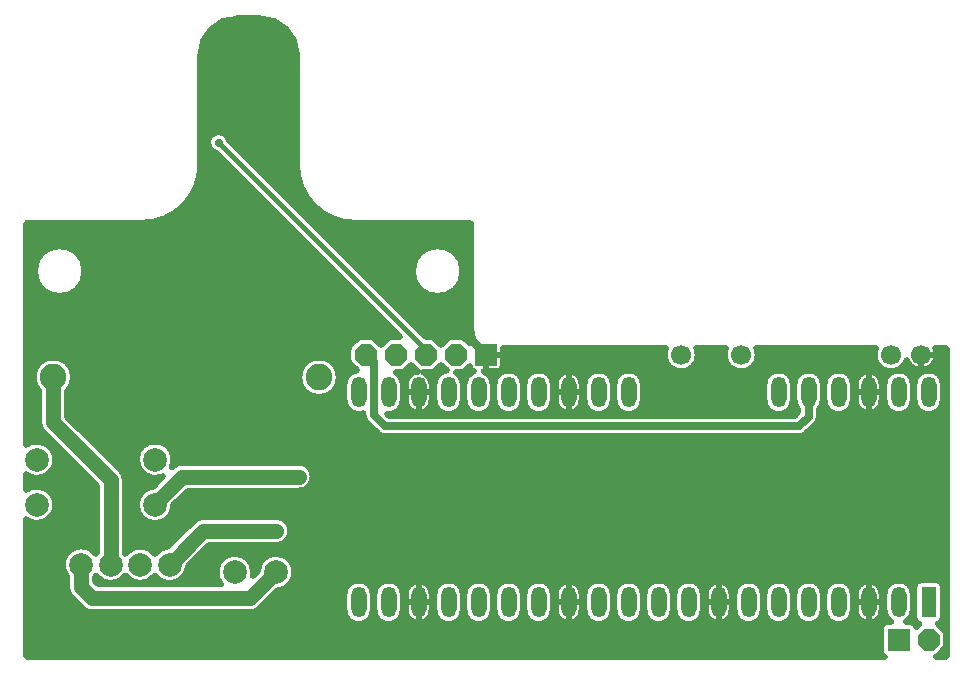
<source format=gbr>
G04 GENERATED BY PULSONIX 12.5 GERBER.DLL 9449*
G04 #@! TF.GenerationSoftware,Pulsonix,Pulsonix,12.5.9449*
G04 #@! TF.CreationDate,2024-10-09T20:32:21--1:00*
G04 #@! TF.Part,Single*
%FSLAX35Y35*%
%LPD*%
%MOMM*%
G04 #@! TF.FileFunction,Copper,L4,Bot*
G04 #@! TF.FilePolarity,Positive*
G04 #@! TA.AperFunction,OtherCopper,Copper*
%ADD10C,0.50000*%
G04 #@! TA.AperFunction,ViaPad*
%ADD12C,0.80000*%
G04 #@! TA.AperFunction,Conductor*
%ADD13C,0.63500*%
%ADD14C,0.40640*%
%ADD16C,1.27000*%
G04 #@! TA.AperFunction,ComponentPad*
%ADD27C,1.70000*%
%ADD72C,2.00000*%
%AMT79*0 Octagon pad*4,1,8,0.39454,0.95250,-0.39454,0.95250,-0.95250,0.39454,-0.95250,-0.39454,-0.39454,-0.95250,0.39454,-0.95250,0.95250,-0.39454,0.95250,0.39454,0.39454,0.95250,0*%
%ADD79T79*%
%ADD84R,1.90500X1.90500*%
G04 #@! TA.AperFunction,ViaPad*
%ADD86C,0.70000*%
G04 #@! TA.AperFunction,ComponentPad*
%ADD103R,1.30000X2.60000*%
%ADD104O,1.30000X2.60000*%
%ADD109C,2.25000*%
G04 #@! TD.AperFunction*
X0Y0D02*
D02*
D10*
X1042597Y5822545D02*
Y3949769D01*
G75*
G02*
X1290297Y3825545I92700J-124224D01*
G01*
G75*
G02*
X1042597Y3701321I-155000J0D01*
G01*
Y3568769D01*
G75*
G02*
X1290297Y3444545I92700J-124224D01*
G01*
G75*
G02*
X1042597Y3320321I-155000J0D01*
G01*
Y2165045D01*
G75*
G03*
X1051797Y2155845I9200J0D01*
G01*
X8312643D01*
G75*
G02*
X8279547Y2206295I21904J50450D01*
G01*
Y2396795D01*
G75*
G02*
X8334547Y2451795I55000J0D01*
G01*
X8366988D01*
G75*
G02*
X8309797Y2554045I62809J102250D01*
G01*
Y2684045D01*
G75*
G02*
X8549797I120000J0D01*
G01*
Y2554045D01*
G75*
G02*
X8492606Y2451795I-120000J0D01*
G01*
X8525047D01*
G75*
G02*
X8578692Y2408926I0J-55000D01*
G01*
X8605454Y2435688D01*
G75*
G02*
X8563797Y2489045I13343J53357D01*
G01*
Y2749045D01*
G75*
G02*
X8618797Y2804045I55000J0D01*
G01*
X8748797D01*
G75*
G02*
X8803797Y2749045I0J-55000D01*
G01*
Y2489045D01*
G75*
G02*
X8762140Y2435688I-55000J0D01*
G01*
X8817938Y2379890D01*
G75*
G02*
X8834047Y2340858I-38891J-38891D01*
G01*
Y2262232D01*
G75*
G02*
X8817938Y2223200I-55000J-141D01*
G01*
X8762142Y2167404D01*
G75*
G02*
X8745156Y2155845I-38891J38891D01*
G01*
X8826797D01*
G75*
G03*
X8835997Y2165045I0J9200D01*
G01*
Y4759045D01*
G75*
G03*
X8826797Y4768245I-9200J0D01*
G01*
X8738687D01*
G75*
G02*
X8750297Y4714545I-118390J-53701D01*
G01*
G75*
G02*
X8498612Y4668798I-130000J0D01*
G01*
G75*
G02*
X8226297Y4714545I-132315J45747D01*
G01*
G75*
G02*
X8237005Y4768245I140000J1D01*
G01*
X7225589D01*
G75*
G02*
X7236297Y4714545I-129292J-53699D01*
G01*
G75*
G02*
X6956297I-140000J0D01*
G01*
G75*
G02*
X6967005Y4768245I140000J1D01*
G01*
X6717589D01*
G75*
G02*
X6728297Y4714545I-129292J-53699D01*
G01*
G75*
G02*
X6448297I-140000J0D01*
G01*
G75*
G02*
X6459005Y4768245I140000J1D01*
G01*
X5077547D01*
Y4619295D01*
G75*
G02*
X5032547Y4574295I-45000J0D01*
G01*
X4916223D01*
G75*
G02*
X4993797Y4462045I-42426J-112250D01*
G01*
Y4332045D01*
G75*
G02*
X4753797I-120000J0D01*
G01*
Y4462045D01*
G75*
G02*
X4833568Y4575101I120000J0D01*
G01*
G75*
G02*
X4797173Y4615935I8479J44194D01*
G01*
X4761642Y4580404D01*
G75*
G02*
X4722610Y4564295I-38891J38891D01*
G01*
X4682606D01*
G75*
G02*
X4739797Y4462045I-62809J-102250D01*
G01*
Y4332045D01*
G75*
G02*
X4499797I-120000J0D01*
G01*
Y4462045D01*
G75*
G02*
X4604314Y4581042I120000J0D01*
G01*
X4556297Y4629059D01*
X4507642Y4580404D01*
G75*
G02*
X4468610Y4564295I-38891J38891D01*
G01*
X4406355D01*
G75*
G02*
X4475797Y4462045I-40558J-102250D01*
G01*
Y4332045D01*
G75*
G02*
X4255797I-110000J0D01*
G01*
Y4462045D01*
G75*
G02*
X4361814Y4571973I110000J0D01*
G01*
G75*
G02*
X4350952Y4580404I28028J47323D01*
G01*
X4302297Y4629059D01*
X4253642Y4580404D01*
G75*
G02*
X4214610Y4564295I-38891J38891D01*
G01*
X4174606D01*
G75*
G02*
X4231797Y4462045I-62809J-102250D01*
G01*
Y4332045D01*
G75*
G02*
X4101542Y4212484I-120000J0D01*
G01*
X4115981Y4198045D01*
X7552488D01*
X7581047Y4226604D01*
Y4249133D01*
G75*
G02*
X7547797Y4332045I86750J82912D01*
G01*
Y4462045D01*
G75*
G02*
X7787797I120000J0D01*
G01*
Y4332045D01*
G75*
G02*
X7754547Y4249133I-120000J0D01*
G01*
Y4191016D01*
G75*
G02*
X7729139Y4129328I-86750J-346D01*
G01*
X7649764Y4049953D01*
G75*
G02*
X7588076Y4024545I-61342J61342D01*
G01*
X4080393D01*
G75*
G02*
X4018705Y4049953I-346J86750D01*
G01*
X3923455Y4145203D01*
G75*
G02*
X3898047Y4206891I61342J61342D01*
G01*
Y4218997D01*
G75*
G02*
X3737797Y4332045I-40250J113048D01*
G01*
Y4462045D01*
G75*
G02*
X3842314Y4581042I120000J0D01*
G01*
X3787156Y4636200D01*
G75*
G02*
X3771047Y4675232I38891J38891D01*
G01*
Y4753858D01*
G75*
G02*
X3787156Y4792890I55000J141D01*
G01*
X3842952Y4848686D01*
G75*
G02*
X3881984Y4864795I38891J-38891D01*
G01*
X3960610D01*
G75*
G02*
X3999642Y4848686I141J-55000D01*
G01*
X4048297Y4800031D01*
X4096952Y4848686D01*
G75*
G02*
X4135984Y4864795I38891J-38891D01*
G01*
X4211529D01*
X2654373Y6421951D01*
G75*
G02*
X2582797Y6510045I18424J88094D01*
G01*
G75*
G02*
X2760891Y6528469I90000J0D01*
G01*
X4424565Y4864795D01*
X4468610D01*
G75*
G02*
X4507642Y4848686I141J-55000D01*
G01*
X4556297Y4800031D01*
X4604952Y4848686D01*
G75*
G02*
X4643984Y4864795I38891J-38891D01*
G01*
X4722610D01*
G75*
G02*
X4761642Y4848686I141J-55000D01*
G01*
X4797173Y4813155D01*
G75*
G02*
X4827819Y4852486I44874J-3360D01*
G01*
G75*
G02*
X4810997Y4922545I137478J70059D01*
G01*
Y5822545D01*
G75*
G03*
X4801797Y5831745I-9200J0D01*
G01*
X3826797D01*
G75*
G02*
X3335997Y6322545I0J490800D01*
G01*
Y7253045D01*
G75*
G03*
X3026797Y7562245I-309200J0D01*
G01*
X2826797D01*
G75*
G03*
X2517597Y7253045I0J-309200D01*
G01*
Y6322545D01*
G75*
G02*
X2026797Y5831745I-490800J0D01*
G01*
X1051797D01*
G75*
G03*
X1042597Y5822545I0J-9200D01*
G01*
X8563797Y4462045D02*
G75*
G02*
X8803797I120000J0D01*
G01*
Y4332045D01*
G75*
G02*
X8563797I-120000J0D01*
G01*
Y4462045D01*
X8309797D02*
G75*
G02*
X8549797I120000J0D01*
G01*
Y4332045D01*
G75*
G02*
X8309797I-120000J0D01*
G01*
Y4462045D01*
X7293797D02*
G75*
G02*
X7533797I120000J0D01*
G01*
Y4332045D01*
G75*
G02*
X7293797I-120000J0D01*
G01*
Y4462045D01*
X7801797Y2684045D02*
G75*
G02*
X8041797I120000J0D01*
G01*
Y2554045D01*
G75*
G02*
X7801797I-120000J0D01*
G01*
Y2684045D01*
Y4462045D02*
G75*
G02*
X8041797I120000J0D01*
G01*
Y4332045D01*
G75*
G02*
X7801797I-120000J0D01*
G01*
Y4462045D01*
X8065797Y2684045D02*
G75*
G02*
X8285797I110000J0D01*
G01*
Y2554045D01*
G75*
G02*
X8065797I-110000J0D01*
G01*
Y2684045D01*
Y4462045D02*
G75*
G02*
X8285797I110000J0D01*
G01*
Y4332045D01*
G75*
G02*
X8065797I-110000J0D01*
G01*
Y4462045D01*
X5261797D02*
G75*
G02*
X5501797I120000J0D01*
G01*
Y4332045D01*
G75*
G02*
X5261797I-120000J0D01*
G01*
Y4462045D01*
X5525797D02*
G75*
G02*
X5745797I110000J0D01*
G01*
Y4332045D01*
G75*
G02*
X5525797I-110000J0D01*
G01*
Y4462045D01*
X5769797D02*
G75*
G02*
X6009797I120000J0D01*
G01*
Y4332045D01*
G75*
G02*
X5769797I-120000J0D01*
G01*
Y4462045D01*
X6023797D02*
G75*
G02*
X6263797I120000J0D01*
G01*
Y4332045D01*
G75*
G02*
X6023797I-120000J0D01*
G01*
Y4462045D01*
X5007797D02*
G75*
G02*
X5247797I120000J0D01*
G01*
Y4332045D01*
G75*
G02*
X5007797I-120000J0D01*
G01*
Y4462045D01*
X4255797Y2684045D02*
G75*
G02*
X4475797I110000J0D01*
G01*
Y2554045D01*
G75*
G02*
X4255797I-110000J0D01*
G01*
Y2684045D01*
X4499797D02*
G75*
G02*
X4739797I120000J0D01*
G01*
Y2554045D01*
G75*
G02*
X4499797I-120000J0D01*
G01*
Y2684045D01*
X4753797D02*
G75*
G02*
X4993797I120000J0D01*
G01*
Y2554045D01*
G75*
G02*
X4753797I-120000J0D01*
G01*
Y2684045D01*
X5007797D02*
G75*
G02*
X5247797I120000J0D01*
G01*
Y2554045D01*
G75*
G02*
X5007797I-120000J0D01*
G01*
Y2684045D01*
X5261797D02*
G75*
G02*
X5501797I120000J0D01*
G01*
Y2554045D01*
G75*
G02*
X5261797I-120000J0D01*
G01*
Y2684045D01*
X5525797D02*
G75*
G02*
X5745797I110000J0D01*
G01*
Y2554045D01*
G75*
G02*
X5525797I-110000J0D01*
G01*
Y2684045D01*
X5769797D02*
G75*
G02*
X6009797I120000J0D01*
G01*
Y2554045D01*
G75*
G02*
X5769797I-120000J0D01*
G01*
Y2684045D01*
X6023797D02*
G75*
G02*
X6263797I120000J0D01*
G01*
Y2554045D01*
G75*
G02*
X6023797I-120000J0D01*
G01*
Y2684045D01*
X6277797D02*
G75*
G02*
X6517797I120000J0D01*
G01*
Y2554045D01*
G75*
G02*
X6277797I-120000J0D01*
G01*
Y2684045D01*
X6531797D02*
G75*
G02*
X6771797I120000J0D01*
G01*
Y2554045D01*
G75*
G02*
X6531797I-120000J0D01*
G01*
Y2684045D01*
X6795797D02*
G75*
G02*
X7015797I110000J0D01*
G01*
Y2554045D01*
G75*
G02*
X6795797I-110000J0D01*
G01*
Y2684045D01*
X7039797D02*
G75*
G02*
X7279797I120000J0D01*
G01*
Y2554045D01*
G75*
G02*
X7039797I-120000J0D01*
G01*
Y2684045D01*
X7293797D02*
G75*
G02*
X7533797I120000J0D01*
G01*
Y2554045D01*
G75*
G02*
X7293797I-120000J0D01*
G01*
Y2684045D01*
X7547797D02*
G75*
G02*
X7787797I120000J0D01*
G01*
Y2554045D01*
G75*
G02*
X7547797I-120000J0D01*
G01*
Y2684045D01*
X3991797D02*
G75*
G02*
X4231797I120000J0D01*
G01*
Y2554045D01*
G75*
G02*
X3991797I-120000J0D01*
G01*
Y2684045D01*
X3689797Y4524045D02*
G75*
G02*
X3354797I-167500J0D01*
G01*
G75*
G02*
X3689797I167500J0D01*
G01*
X3737797Y2684045D02*
G75*
G02*
X3977797I120000J0D01*
G01*
Y2554045D01*
G75*
G02*
X3737797I-120000J0D01*
G01*
Y2684045D01*
X4736797Y5422545D02*
G75*
G02*
X4316797I-210000J0D01*
G01*
G75*
G02*
X4736797I210000J0D01*
G01*
X1439797Y4524045D02*
G75*
G02*
X1390797Y4405664I-167500J0D01*
G01*
Y4190004D01*
X1841929Y3738872D01*
G75*
G02*
X1876797Y3654920I-83632J-83952D01*
G01*
Y3036459D01*
G75*
G02*
X1883297Y3028197I-118499J-99915D01*
G01*
G75*
G02*
X2133297I125000J-91652D01*
G01*
G75*
G02*
X2245155Y3090987I125000J-91652D01*
G01*
X2460095Y3305927D01*
G75*
G02*
X2544047Y3340795I83952J-83632D01*
G01*
X3159297D01*
G75*
G02*
Y3103795I0J-118500D01*
G01*
X2593131D01*
X2412739Y2923403D01*
G75*
G02*
X2133297Y2844893I-154442J13142D01*
G01*
G75*
G02*
X1883297I-125000J91652D01*
G01*
G75*
G02*
X1633297I-125000J91652D01*
G01*
G75*
G02*
X1626797Y2836631I-124999J91653D01*
G01*
Y2795129D01*
X1652631Y2769295D01*
X2694141D01*
G75*
G02*
X2654297Y2873045I115156J103750D01*
G01*
G75*
G02*
X2964297I155000J0D01*
G01*
G75*
G02*
X2961280Y2842612I-155000J0D01*
G01*
X3004855Y2886187D01*
G75*
G02*
X3314297Y2873045I154442J-13142D01*
G01*
G75*
G02*
X3172439Y2718603I-155000J0D01*
G01*
X3020999Y2567163D01*
G75*
G02*
X2937047Y2532295I-83952J83632D01*
G01*
X1603547D01*
G75*
G02*
X1519595Y2567163I0J118500D01*
G01*
X1424665Y2662093D01*
G75*
G02*
X1389797Y2746045I83632J83952D01*
G01*
Y2836631D01*
G75*
G02*
X1353297Y2936545I118500J99914D01*
G01*
G75*
G02*
X1633297Y3028197I155000J0D01*
G01*
G75*
G02*
X1639797Y3036459I124999J-91653D01*
G01*
Y3605836D01*
X1188665Y4056968D01*
G75*
G02*
X1153797Y4140920I83632J83952D01*
G01*
Y4405664D01*
G75*
G02*
X1104797Y4524045I118500J118381D01*
G01*
G75*
G02*
X1439797I167500J0D01*
G01*
X1536797Y5422545D02*
G75*
G02*
X1116797I-210000J0D01*
G01*
G75*
G02*
X1536797I210000J0D01*
G01*
X2113264Y3597971D02*
X2199979Y3684686D01*
G75*
G02*
X1980297Y3825545I-64682J140859D01*
G01*
G75*
G02*
X2290297I155000J0D01*
G01*
G75*
G02*
X2276156Y3760863I-155000J0D01*
G01*
X2281595Y3766302D01*
G75*
G02*
X2365547Y3801170I83952J-83632D01*
G01*
X3349797D01*
G75*
G02*
Y3564170I0J-118500D01*
G01*
X2414631D01*
X2290223Y3439762D01*
G75*
G02*
X1980297Y3444545I-154926J4783D01*
G01*
G75*
G02*
X2113264Y3597971I155000J0D01*
G01*
X1042597Y4397045D02*
G36*
X1042597Y4397045D02*
Y3949769D01*
G75*
G02*
X1290297Y3825545I92700J-124224D01*
G01*
G75*
G02*
X1042597Y3701321I-155000J0D01*
G01*
Y3635045D01*
X1610588D01*
X1188665Y4056968D01*
G75*
G02*
X1153797Y4140920I83632J83952D01*
G01*
Y4397045D01*
X1042597D01*
G37*
Y3635045D02*
G36*
X1042597Y3635045D02*
Y3568769D01*
G75*
G02*
X1290297Y3444545I92700J-124224D01*
G01*
G75*
G02*
X1042597Y3320321I-155000J0D01*
G01*
Y2619045D01*
X1467713D01*
X1424665Y2662093D01*
G75*
G02*
X1389797Y2746045I83632J83952D01*
G01*
Y2836631D01*
G75*
G02*
X1353297Y2936545I118500J99914D01*
G01*
G75*
G02*
X1633297Y3028197I155000J0D01*
G01*
G75*
G02*
X1639797Y3036459I124999J-91653D01*
G01*
Y3605836D01*
X1610588Y3635045D01*
X1042597D01*
G37*
Y5422545D02*
G36*
X1042597Y5422545D02*
Y4397045D01*
X1153797D01*
Y4405664D01*
G75*
G02*
X1104797Y4524045I118500J118381D01*
G01*
G75*
G02*
X1439797I167500J0D01*
G01*
G75*
G02*
X1390797Y4405664I-167500J0D01*
G01*
Y4397045D01*
X3413085D01*
G75*
G02*
X3354797Y4524045I109212J127000D01*
G01*
G75*
G02*
X3689797I167500J0D01*
G01*
G75*
G02*
X3631509Y4397045I-167500J0D01*
G01*
X3737797D01*
Y4462045D01*
G75*
G02*
X3842314Y4581042I120000J0D01*
G01*
X3787156Y4636200D01*
G75*
G02*
X3771047Y4675091I38891J38891D01*
G01*
Y4675232D01*
Y4753858D01*
Y4753999D01*
G75*
G02*
X3787156Y4792890I55000J0D01*
G01*
X3842952Y4848686D01*
G75*
G02*
X3881984Y4864795I38891J-38891D01*
G01*
X3960610D01*
G75*
G02*
X3999642Y4848686I141J-55000D01*
G01*
X4048297Y4800031D01*
X4096952Y4848686D01*
G75*
G02*
X4135984Y4864795I38891J-38891D01*
G01*
X4211529D01*
X3653779Y5422545D01*
X1536797D01*
G75*
G02*
X1116797I-210000J0D01*
G01*
X1042597D01*
G37*
X4174606Y4564295D02*
G36*
X4174606Y4564295D02*
G75*
G02*
X4231797Y4462045I-62809J-102250D01*
G01*
Y4397045D01*
X4255797D01*
Y4462045D01*
G75*
G02*
X4361814Y4571973I110000J0D01*
G01*
G75*
G02*
X4350952Y4580404I28028J47323D01*
G01*
X4302297Y4629059D01*
X4253642Y4580404D01*
G75*
G02*
X4214610Y4564295I-38891J38891D01*
G01*
X4174606D01*
G37*
X4406355D02*
G36*
X4406355Y4564295D02*
G75*
G02*
X4475797Y4462045I-40558J-102250D01*
G01*
Y4397045D01*
X4499797D01*
Y4462045D01*
G75*
G02*
X4604314Y4581042I120000J0D01*
G01*
X4556297Y4629059D01*
X4507642Y4580404D01*
G75*
G02*
X4468610Y4564295I-38891J38891D01*
G01*
X4406355D01*
G37*
X1042597Y5822545D02*
G36*
X1042597Y5822545D02*
Y5422545D01*
X1116797D01*
G75*
G02*
X1536797I210000J0D01*
G01*
X3653779D01*
X2654373Y6421951D01*
G75*
G02*
X2582797Y6510045I18424J88094D01*
G01*
G75*
G02*
X2760891Y6528469I90000J0D01*
G01*
X3866815Y5422545D01*
X4316797D01*
G75*
G02*
X4736797I210000J0D01*
G01*
X4810997D01*
Y5822545D01*
G75*
G03*
X4801797Y5831745I-9200J0D01*
G01*
X3826797D01*
G75*
G02*
X3335997Y6322545I0J490800D01*
G01*
Y7253045D01*
G75*
G03*
X3026797Y7562245I-309200J0D01*
G01*
X2826797D01*
G75*
G03*
X2517597Y7253045I0J-309200D01*
G01*
Y6322545D01*
G75*
G02*
X2026797Y5831745I-490800J0D01*
G01*
X1051797D01*
G75*
G03*
X1042597Y5822545I0J-9200D01*
G01*
G37*
X3866815Y5422545D02*
G36*
X3866815Y5422545D02*
X4424565Y4864795D01*
X4468610D01*
G75*
G02*
X4507642Y4848686I141J-55000D01*
G01*
X4556297Y4800031D01*
X4604952Y4848686D01*
G75*
G02*
X4643984Y4864795I38891J-38891D01*
G01*
X4722610D01*
G75*
G02*
X4761642Y4848686I141J-55000D01*
G01*
X4797173Y4813155D01*
G75*
G02*
X4827819Y4852486I44874J-3360D01*
G01*
G75*
G02*
X4810997Y4922545I137478J70059D01*
G01*
Y5422545D01*
X4736797D01*
G75*
G02*
X4316797I-210000J0D01*
G01*
X3866815D01*
G37*
X4682606Y4564295D02*
G36*
X4682606Y4564295D02*
G75*
G02*
X4739797Y4462045I-62809J-102250D01*
G01*
Y4397045D01*
X4753797D01*
Y4462045D01*
G75*
G02*
X4833568Y4575101I120000J0D01*
G01*
G75*
G02*
X4797173Y4615935I8479J44194D01*
G01*
X4761642Y4580404D01*
G75*
G02*
X4722610Y4564295I-38891J38891D01*
G01*
X4682606D01*
G37*
X4101542Y4212484D02*
G36*
X4101542Y4212484D02*
X4115981Y4198045D01*
X7552488D01*
X7581047Y4226604D01*
Y4249133D01*
G75*
G02*
X7547797Y4332045I86750J82912D01*
G01*
Y4397045D01*
X7533797D01*
Y4332045D01*
G75*
G02*
X7293797I-120000J0D01*
G01*
Y4397045D01*
X6263797D01*
Y4332045D01*
G75*
G02*
X6023797I-120000J0D01*
G01*
Y4397045D01*
X6009797D01*
Y4332045D01*
G75*
G02*
X5769797I-120000J0D01*
G01*
Y4397045D01*
X5745797D01*
Y4332045D01*
G75*
G02*
X5525797I-110000J0D01*
G01*
Y4397045D01*
X5501797D01*
Y4332045D01*
G75*
G02*
X5261797I-120000J0D01*
G01*
Y4397045D01*
X5247797D01*
Y4332045D01*
G75*
G02*
X5007797I-120000J0D01*
G01*
Y4397045D01*
X4993797D01*
Y4332045D01*
G75*
G02*
X4753797I-120000J0D01*
G01*
Y4397045D01*
X4739797D01*
Y4332045D01*
G75*
G02*
X4499797I-120000J0D01*
G01*
Y4397045D01*
X4475797D01*
Y4332045D01*
G75*
G02*
X4255797I-110000J0D01*
G01*
Y4397045D01*
X4231797D01*
Y4332045D01*
G75*
G02*
X4101542Y4212484I-120000J0D01*
G01*
G37*
X1042597Y2619045D02*
G36*
X1042597Y2619045D02*
Y2165045D01*
G75*
G03*
X1051797Y2155845I9200J0D01*
G01*
X8312643D01*
G75*
G02*
X8279547Y2206295I21904J50450D01*
G01*
Y2396795D01*
G75*
G02*
X8334547Y2451795I55000J0D01*
G01*
X8366988D01*
G75*
G02*
X8309797Y2554045I62809J102250D01*
G01*
Y2619045D01*
X8285797D01*
Y2554045D01*
G75*
G02*
X8065797I-110000J0D01*
G01*
Y2619045D01*
X8041797D01*
Y2554045D01*
G75*
G02*
X7801797I-120000J0D01*
G01*
Y2619045D01*
X7787797D01*
Y2554045D01*
G75*
G02*
X7547797I-120000J0D01*
G01*
Y2619045D01*
X7533797D01*
Y2554045D01*
G75*
G02*
X7293797I-120000J0D01*
G01*
Y2619045D01*
X7279797D01*
Y2554045D01*
G75*
G02*
X7039797I-120000J0D01*
G01*
Y2619045D01*
X7015797D01*
Y2554045D01*
G75*
G02*
X6795797I-110000J0D01*
G01*
Y2619045D01*
X6771797D01*
Y2554045D01*
G75*
G02*
X6531797I-120000J0D01*
G01*
Y2619045D01*
X6517797D01*
Y2554045D01*
G75*
G02*
X6277797I-120000J0D01*
G01*
Y2619045D01*
X6263797D01*
Y2554045D01*
G75*
G02*
X6023797I-120000J0D01*
G01*
Y2619045D01*
X6009797D01*
Y2554045D01*
G75*
G02*
X5769797I-120000J0D01*
G01*
Y2619045D01*
X5745797D01*
Y2554045D01*
G75*
G02*
X5525797I-110000J0D01*
G01*
Y2619045D01*
X5501797D01*
Y2554045D01*
G75*
G02*
X5261797I-120000J0D01*
G01*
Y2619045D01*
X5247797D01*
Y2554045D01*
G75*
G02*
X5007797I-120000J0D01*
G01*
Y2619045D01*
X4993797D01*
Y2554045D01*
G75*
G02*
X4753797I-120000J0D01*
G01*
Y2619045D01*
X4739797D01*
Y2554045D01*
G75*
G02*
X4499797I-120000J0D01*
G01*
Y2619045D01*
X4475797D01*
Y2554045D01*
G75*
G02*
X4255797I-110000J0D01*
G01*
Y2619045D01*
X4231797D01*
Y2554045D01*
G75*
G02*
X3991797I-120000J0D01*
G01*
Y2619045D01*
X3977797D01*
Y2554045D01*
G75*
G02*
X3737797I-120000J0D01*
G01*
Y2619045D01*
X3072881D01*
X3020999Y2567163D01*
G75*
G02*
X2937047Y2532295I-83952J83632D01*
G01*
X1603547D01*
G75*
G02*
X1519595Y2567163I0J118500D01*
G01*
X1467713Y2619045D01*
X1042597D01*
G37*
X8492606Y2451795D02*
G36*
X8492606Y2451795D02*
X8525047D01*
G75*
G02*
X8578692Y2408926I0J-55000D01*
G01*
X8605454Y2435688D01*
G75*
G02*
X8563797Y2489045I13343J53357D01*
G01*
Y2619045D01*
X8549797D01*
Y2554045D01*
G75*
G02*
X8492606Y2451795I-120000J0D01*
G01*
G37*
X8745156Y2155845D02*
G36*
X8745156Y2155845D02*
X8826797D01*
G75*
G03*
X8835997Y2165045I0J9200D01*
G01*
Y2619045D01*
X8803797D01*
Y2489045D01*
G75*
G02*
X8762140Y2435688I-55000J0D01*
G01*
X8817938Y2379890D01*
G75*
G02*
X8834047Y2340999I-38891J-38891D01*
G01*
Y2340858D01*
Y2262232D01*
Y2262091D01*
G75*
G02*
X8817938Y2223200I-55000J0D01*
G01*
X8762142Y2167404D01*
G75*
G02*
X8745156Y2155845I-38891J38891D01*
G01*
G37*
X1626797Y2836631D02*
G36*
X1626797Y2836631D02*
Y2795129D01*
X1652631Y2769295D01*
X2694141D01*
G75*
G02*
X2654297Y2873045I115156J103750D01*
G01*
G75*
G02*
X2964297I155000J0D01*
G01*
G75*
G02*
X2961280Y2842612I-155000J0D01*
G01*
X3004855Y2886187D01*
G75*
G02*
X3314297Y2873045I154442J-13142D01*
G01*
G75*
G02*
X3172439Y2718603I-155000J0D01*
G01*
X3072881Y2619045D01*
X3737797D01*
Y2684045D01*
G75*
G02*
X3977797I120000J0D01*
G01*
Y2619045D01*
X3991797D01*
Y2684045D01*
G75*
G02*
X4231797I120000J0D01*
G01*
Y2619045D01*
X4255797D01*
Y2684045D01*
G75*
G02*
X4475797I110000J0D01*
G01*
Y2619045D01*
X4499797D01*
Y2684045D01*
G75*
G02*
X4739797I120000J0D01*
G01*
Y2619045D01*
X4753797D01*
Y2684045D01*
G75*
G02*
X4993797I120000J0D01*
G01*
Y2619045D01*
X5007797D01*
Y2684045D01*
G75*
G02*
X5247797I120000J0D01*
G01*
Y2619045D01*
X5261797D01*
Y2684045D01*
G75*
G02*
X5501797I120000J0D01*
G01*
Y2619045D01*
X5525797D01*
Y2684045D01*
G75*
G02*
X5745797I110000J0D01*
G01*
Y2619045D01*
X5769797D01*
Y2684045D01*
G75*
G02*
X6009797I120000J0D01*
G01*
Y2619045D01*
X6023797D01*
Y2684045D01*
G75*
G02*
X6263797I120000J0D01*
G01*
Y2619045D01*
X6277797D01*
Y2684045D01*
G75*
G02*
X6517797I120000J0D01*
G01*
Y2619045D01*
X6531797D01*
Y2684045D01*
G75*
G02*
X6771797I120000J0D01*
G01*
Y2619045D01*
X6795797D01*
Y2684045D01*
G75*
G02*
X7015797I110000J0D01*
G01*
Y2619045D01*
X7039797D01*
Y2684045D01*
G75*
G02*
X7279797I120000J0D01*
G01*
Y2619045D01*
X7293797D01*
Y2684045D01*
G75*
G02*
X7533797I120000J0D01*
G01*
Y2619045D01*
X7547797D01*
Y2684045D01*
G75*
G02*
X7787797I120000J0D01*
G01*
Y2619045D01*
X7801797D01*
Y2684045D01*
G75*
G02*
X8041797I120000J0D01*
G01*
Y2619045D01*
X8065797D01*
Y2684045D01*
G75*
G02*
X8285797I110000J0D01*
G01*
Y2619045D01*
X8309797D01*
Y2684045D01*
G75*
G02*
X8549797I120000J0D01*
G01*
Y2619045D01*
X8563797D01*
Y2749045D01*
G75*
G02*
X8618797Y2804045I55000J0D01*
G01*
X8748797D01*
G75*
G02*
X8803797Y2749045I0J-55000D01*
G01*
Y2619045D01*
X8835997D01*
Y3635045D01*
X3458306D01*
G75*
G02*
X3349797Y3564170I-108509J47625D01*
G01*
X2414631D01*
X2290223Y3439762D01*
G75*
G02*
X1980297Y3444545I-154926J4783D01*
G01*
G75*
G02*
X2113264Y3597971I155000J0D01*
G01*
X2150338Y3635045D01*
X1876797D01*
Y3036459D01*
G75*
G02*
X1883297Y3028197I-118499J-99915D01*
G01*
G75*
G02*
X2133297I125000J-91652D01*
G01*
G75*
G02*
X2245155Y3090987I125000J-91652D01*
G01*
X2460095Y3305927D01*
G75*
G02*
X2544047Y3340795I83952J-83632D01*
G01*
X3159297D01*
G75*
G02*
X3277797Y3222295I0J-118500D01*
G01*
G75*
G02*
X3159297Y3103795I-118500J0D01*
G01*
X2593131D01*
X2412739Y2923403D01*
G75*
G02*
X2133297Y2844893I-154442J13142D01*
G01*
G75*
G02*
X1883297I-125000J91652D01*
G01*
G75*
G02*
X1633297I-125000J91652D01*
G01*
G75*
G02*
X1626797Y2836631I-124999J91653D01*
G01*
G37*
X1390797Y4397045D02*
G36*
X1390797Y4397045D02*
Y4190004D01*
X1841929Y3738872D01*
G75*
G02*
X1876797Y3654920I-83632J-83952D01*
G01*
Y3635045D01*
X2150338D01*
X2199979Y3684686D01*
G75*
G02*
X1980297Y3825545I-64682J140859D01*
G01*
G75*
G02*
X2290297I155000J0D01*
G01*
G75*
G02*
X2276156Y3760863I-155000J0D01*
G01*
X2281595Y3766302D01*
G75*
G02*
X2365547Y3801170I83952J-83632D01*
G01*
X3349797D01*
G75*
G02*
X3468297Y3682670I0J-118500D01*
G01*
G75*
G02*
X3458306Y3635045I-118500J-1D01*
G01*
X8835997D01*
Y4397045D01*
X8803797D01*
Y4332045D01*
G75*
G02*
X8563797I-120000J0D01*
G01*
Y4397045D01*
X8549797D01*
Y4332045D01*
G75*
G02*
X8309797I-120000J0D01*
G01*
Y4397045D01*
X8285797D01*
Y4332045D01*
G75*
G02*
X8065797I-110000J0D01*
G01*
Y4397045D01*
X8041797D01*
Y4332045D01*
G75*
G02*
X7801797I-120000J0D01*
G01*
Y4397045D01*
X7787797D01*
Y4332045D01*
G75*
G02*
X7754547Y4249133I-120000J0D01*
G01*
Y4191016D01*
X7754548Y4190670D01*
G75*
G02*
X7729139Y4129328I-86751J0D01*
G01*
X7649764Y4049953D01*
G75*
G02*
X7588076Y4024545I-61342J61342D01*
G01*
X4080393D01*
G75*
G02*
X4018705Y4049953I-346J86750D01*
G01*
X3923455Y4145203D01*
G75*
G02*
X3898046Y4206545I61342J61342D01*
G01*
X3898047Y4206891D01*
Y4218997D01*
G75*
G02*
X3737797Y4332045I-40250J113048D01*
G01*
Y4397045D01*
X3631509D01*
G75*
G02*
X3413085I-109212J127000D01*
G01*
X1390797D01*
G37*
X4916223Y4574295D02*
G36*
X4916223Y4574295D02*
G75*
G02*
X4993797Y4462045I-42426J-112250D01*
G01*
Y4397045D01*
X5007797D01*
Y4462045D01*
G75*
G02*
X5247797I120000J0D01*
G01*
Y4397045D01*
X5261797D01*
Y4462045D01*
G75*
G02*
X5501797I120000J0D01*
G01*
Y4397045D01*
X5525797D01*
Y4462045D01*
G75*
G02*
X5745797I110000J0D01*
G01*
Y4397045D01*
X5769797D01*
Y4462045D01*
G75*
G02*
X6009797I120000J0D01*
G01*
Y4397045D01*
X6023797D01*
Y4462045D01*
G75*
G02*
X6263797I120000J0D01*
G01*
Y4397045D01*
X7293797D01*
Y4462045D01*
G75*
G02*
X7533797I120000J0D01*
G01*
Y4397045D01*
X7547797D01*
Y4462045D01*
G75*
G02*
X7787797I120000J0D01*
G01*
Y4397045D01*
X7801797D01*
Y4462045D01*
G75*
G02*
X8041797I120000J0D01*
G01*
Y4397045D01*
X8065797D01*
Y4462045D01*
G75*
G02*
X8285797I110000J0D01*
G01*
Y4397045D01*
X8309797D01*
Y4462045D01*
G75*
G02*
X8549797I120000J0D01*
G01*
Y4397045D01*
X8563797D01*
Y4462045D01*
G75*
G02*
X8803797I120000J0D01*
G01*
Y4397045D01*
X8835997D01*
Y4759045D01*
G75*
G03*
X8826797Y4768245I-9200J0D01*
G01*
X8738687D01*
G75*
G02*
X8750297Y4714545I-118390J-53701D01*
G01*
G75*
G02*
X8498612Y4668798I-130000J0D01*
G01*
G75*
G02*
X8226297Y4714545I-132315J45747D01*
G01*
Y4714546D01*
G75*
G02*
X8237005Y4768245I140000J0D01*
G01*
X7225589D01*
G75*
G02*
X7236297Y4714546I-129292J-53699D01*
G01*
Y4714545D01*
G75*
G02*
X6956297I-140000J0D01*
G01*
Y4714546D01*
G75*
G02*
X6967005Y4768245I140000J0D01*
G01*
X6717589D01*
G75*
G02*
X6728297Y4714546I-129292J-53699D01*
G01*
Y4714545D01*
G75*
G02*
X6448297I-140000J0D01*
G01*
Y4714546D01*
G75*
G02*
X6459005Y4768245I140000J0D01*
G01*
X5077547D01*
Y4619295D01*
G75*
G02*
X5032547Y4574295I-45000J0D01*
G01*
X4916223D01*
G37*
X4325797Y2619045D02*
X4255797D01*
X4325797Y4397045D02*
X4255797D01*
X4365797Y2514045D02*
Y2444045D01*
Y2724045D02*
Y2794045D01*
Y4292045D02*
Y4222045D01*
X4405797Y2619045D02*
X4475797D01*
X4405797Y4397045D02*
X4475797D01*
X4937297Y4634545D02*
Y4574295D01*
X5017297Y4714545D02*
X5077547D01*
X5595797Y2619045D02*
X5525797D01*
X5595797Y4397045D02*
X5525797D01*
X5635797Y2514045D02*
Y2444045D01*
Y2724045D02*
Y2794045D01*
Y4292045D02*
Y4222045D01*
Y4502045D02*
Y4572045D01*
X5675797Y2619045D02*
X5745797D01*
X5675797Y4397045D02*
X5745797D01*
X6865797Y2619045D02*
X6795797D01*
X6905797Y2514045D02*
Y2444045D01*
Y2724045D02*
Y2794045D01*
X6945797Y2619045D02*
X7015797D01*
X8135797D02*
X8065797D01*
X8135797Y4397045D02*
X8065797D01*
X8175797Y2514045D02*
Y2444045D01*
Y2724045D02*
Y2794045D01*
Y4292045D02*
Y4222045D01*
Y4502045D02*
Y4572045D01*
X8215797Y2619045D02*
X8285797D01*
X8215797Y4397045D02*
X8285797D01*
X8620297Y4639545D02*
Y4584545D01*
X8695297Y4714545D02*
X8750297D01*
D02*
D12*
X3159297Y3222295D03*
D02*
D13*
X3921297Y4714545D02*
X3984797Y4651045D01*
Y4206545D01*
X4080047Y4111295D01*
X7588422D01*
X7667797Y4190670D01*
Y4397045D01*
X4937297Y4714545D02*
X4746283Y4905560D01*
D02*
D14*
X2672797Y6510045D02*
X4429297Y4753545D01*
Y4714545D01*
D02*
D16*
X1272297Y4524045D02*
Y4140920D01*
X1758297Y3654920D01*
Y2936545D01*
X3159297Y2873045D02*
X2937047Y2650795D01*
X1603547D01*
X1508297Y2746045D01*
Y2936545D01*
X3159297Y3222295D02*
X2544047D01*
X2258297Y2936545D01*
X3349797Y3682670D02*
X2365547D01*
X2127422Y3444545D01*
X2135297D01*
D02*
D27*
X6588297Y4714545D03*
X7096297D03*
X8366297D03*
X8620297D03*
D02*
D72*
X1135297Y3444545D03*
Y3825545D03*
X1508297Y2936545D03*
X1758297D03*
X2008297D03*
X2135297Y3444545D03*
Y3825545D03*
X2258297Y2936545D03*
X2809297Y2873045D03*
X3159297D03*
D02*
D79*
X3921297Y4714545D03*
X4175297D03*
X4429297D03*
X4683297D03*
X8683797Y2301545D03*
D02*
D84*
X4937297Y4714545D03*
X8429797Y2301545D03*
D02*
D86*
X1148797Y2509545D03*
Y3017545D03*
X1471609Y4360295D03*
Y4930295D03*
X1965243Y4645295D03*
Y5215295D03*
Y5621045D03*
X2458877Y4930295D03*
Y5430545D03*
X2672797Y6510045D03*
X2799797Y6637045D03*
X2952511Y5215295D03*
Y5785295D03*
Y7495295D03*
X3349797Y3682670D03*
X3446145Y4930295D03*
X3939779Y2365295D03*
X4006297Y5621045D03*
X4196797Y3652545D03*
X4514297Y4986045D03*
X4927047Y2365295D03*
X5420681Y3790295D03*
X5914315Y2365295D03*
Y4645295D03*
X6407949Y3790295D03*
X6901583Y2365295D03*
Y2935295D03*
X7395217Y3220295D03*
Y3790295D03*
X7888851Y2365295D03*
Y2935295D03*
Y3505295D03*
Y4075295D03*
Y4645295D03*
X8382485Y3220295D03*
Y3790295D03*
D02*
D103*
X8683797Y2619045D03*
D02*
D104*
X3857797D03*
Y4397045D03*
X4111797Y2619045D03*
Y4397045D03*
X4365797Y2619045D03*
Y4397045D03*
X4619797Y2619045D03*
Y4397045D03*
X4873797Y2619045D03*
Y4397045D03*
X5127797Y2619045D03*
Y4397045D03*
X5381797Y2619045D03*
Y4397045D03*
X5635797Y2619045D03*
Y4397045D03*
X5889797Y2619045D03*
Y4397045D03*
X6143797Y2619045D03*
Y4397045D03*
X6397797Y2619045D03*
X6651797D03*
X6905797D03*
X7159797D03*
X7413797D03*
Y4397045D03*
X7667797Y2619045D03*
Y4397045D03*
X7921797Y2619045D03*
Y4397045D03*
X8175797Y2619045D03*
Y4397045D03*
X8429797Y2619045D03*
Y4397045D03*
X8683797D03*
D02*
D109*
X1272297Y4524045D03*
X3522297D03*
X0Y0D02*
M02*

</source>
